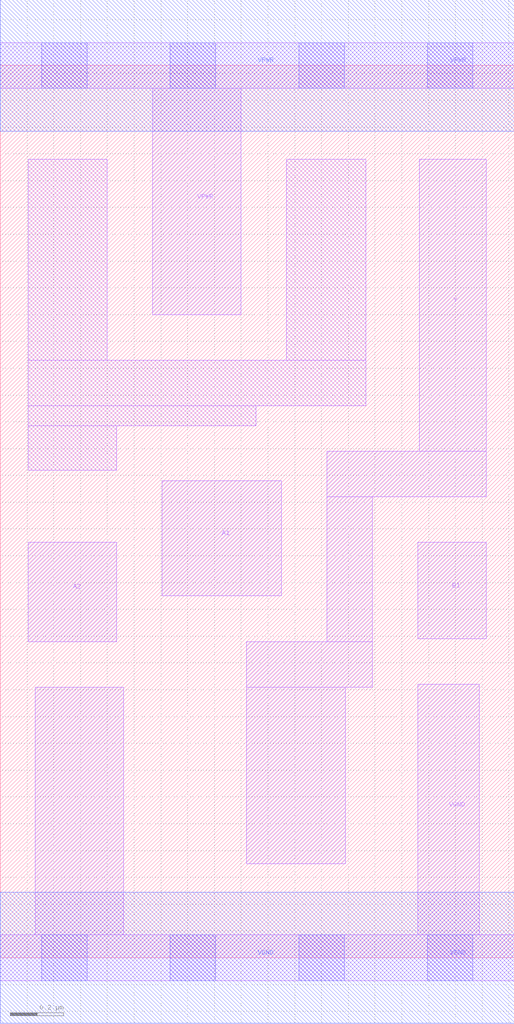
<source format=lef>
# Copyright 2020 The SkyWater PDK Authors
#
# Licensed under the Apache License, Version 2.0 (the "License");
# you may not use this file except in compliance with the License.
# You may obtain a copy of the License at
#
#     https://www.apache.org/licenses/LICENSE-2.0
#
# Unless required by applicable law or agreed to in writing, software
# distributed under the License is distributed on an "AS IS" BASIS,
# WITHOUT WARRANTIES OR CONDITIONS OF ANY KIND, either express or implied.
# See the License for the specific language governing permissions and
# limitations under the License.
#
# SPDX-License-Identifier: Apache-2.0

VERSION 5.7 ;
  NAMESCASESENSITIVE ON ;
  NOWIREEXTENSIONATPIN ON ;
  DIVIDERCHAR "/" ;
  BUSBITCHARS "[]" ;
UNITS
  DATABASE MICRONS 200 ;
END UNITS
MACRO sky130_fd_sc_ls__a21oi_1
  CLASS CORE ;
  SOURCE USER ;
  FOREIGN sky130_fd_sc_ls__a21oi_1 ;
  ORIGIN  0.000000  0.000000 ;
  SIZE  1.920000 BY  3.330000 ;
  SYMMETRY X Y ;
  SITE unit ;
  PIN A1
    ANTENNAGATEAREA  0.279000 ;
    DIRECTION INPUT ;
    USE SIGNAL ;
    PORT
      LAYER li1 ;
        RECT 0.605000 1.350000 1.050000 1.780000 ;
    END
  END A1
  PIN A2
    ANTENNAGATEAREA  0.279000 ;
    DIRECTION INPUT ;
    USE SIGNAL ;
    PORT
      LAYER li1 ;
        RECT 0.105000 1.180000 0.435000 1.550000 ;
    END
  END A2
  PIN B1
    ANTENNAGATEAREA  0.279000 ;
    DIRECTION INPUT ;
    USE SIGNAL ;
    PORT
      LAYER li1 ;
        RECT 1.560000 1.190000 1.815000 1.550000 ;
    END
  END B1
  PIN Y
    ANTENNADIFFAREA  0.596600 ;
    DIRECTION OUTPUT ;
    USE SIGNAL ;
    PORT
      LAYER li1 ;
        RECT 0.920000 0.350000 1.290000 1.010000 ;
        RECT 0.920000 1.010000 1.390000 1.180000 ;
        RECT 1.220000 1.180000 1.390000 1.720000 ;
        RECT 1.220000 1.720000 1.815000 1.890000 ;
        RECT 1.565000 1.890000 1.815000 2.980000 ;
    END
  END Y
  PIN VGND
    DIRECTION INOUT ;
    SHAPE ABUTMENT ;
    USE GROUND ;
    PORT
      LAYER li1 ;
        RECT 0.000000 -0.085000 1.920000 0.085000 ;
        RECT 0.130000  0.085000 0.460000 1.010000 ;
        RECT 1.560000  0.085000 1.790000 1.020000 ;
      LAYER mcon ;
        RECT 0.155000 -0.085000 0.325000 0.085000 ;
        RECT 0.635000 -0.085000 0.805000 0.085000 ;
        RECT 1.115000 -0.085000 1.285000 0.085000 ;
        RECT 1.595000 -0.085000 1.765000 0.085000 ;
      LAYER met1 ;
        RECT 0.000000 -0.245000 1.920000 0.245000 ;
    END
  END VGND
  PIN VPWR
    DIRECTION INOUT ;
    SHAPE ABUTMENT ;
    USE POWER ;
    PORT
      LAYER li1 ;
        RECT 0.000000 3.245000 1.920000 3.415000 ;
        RECT 0.570000 2.400000 0.900000 3.245000 ;
      LAYER mcon ;
        RECT 0.155000 3.245000 0.325000 3.415000 ;
        RECT 0.635000 3.245000 0.805000 3.415000 ;
        RECT 1.115000 3.245000 1.285000 3.415000 ;
        RECT 1.595000 3.245000 1.765000 3.415000 ;
      LAYER met1 ;
        RECT 0.000000 3.085000 1.920000 3.575000 ;
    END
  END VPWR
  OBS
    LAYER li1 ;
      RECT 0.105000 1.820000 0.435000 1.985000 ;
      RECT 0.105000 1.985000 0.955000 2.060000 ;
      RECT 0.105000 2.060000 1.365000 2.230000 ;
      RECT 0.105000 2.230000 0.400000 2.980000 ;
      RECT 1.070000 2.230000 1.365000 2.980000 ;
  END
END sky130_fd_sc_ls__a21oi_1

</source>
